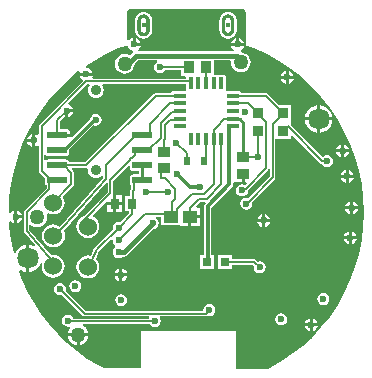
<source format=gbl>
G04*
G04 #@! TF.GenerationSoftware,Altium Limited,Altium Designer,20.2.6 (244)*
G04*
G04 Layer_Physical_Order=4*
G04 Layer_Color=16711680*
%FSLAX25Y25*%
%MOIN*%
G70*
G04*
G04 #@! TF.SameCoordinates,8D702C91-D224-4EEC-953A-651AC819B964*
G04*
G04*
G04 #@! TF.FilePolarity,Positive*
G04*
G01*
G75*
%ADD11C,0.00787*%
%ADD28R,0.03591X0.03772*%
%ADD33R,0.02362X0.03150*%
%ADD40R,0.04134X0.03543*%
%ADD62C,0.03543*%
%ADD64C,0.00600*%
%ADD65C,0.00781*%
%ADD67C,0.06000*%
%ADD71C,0.01772*%
%ADD73C,0.01181*%
%ADD75C,0.01000*%
%ADD76C,0.07165*%
%ADD77C,0.01772*%
%ADD78C,0.02362*%
%ADD79C,0.05000*%
%ADD80R,0.03150X0.03150*%
%ADD81R,0.03543X0.04134*%
%ADD82R,0.03150X0.03543*%
G04:AMPARAMS|DCode=83|XSize=64.96mil|YSize=22.84mil|CornerRadius=2.85mil|HoleSize=0mil|Usage=FLASHONLY|Rotation=0.000|XOffset=0mil|YOffset=0mil|HoleType=Round|Shape=RoundedRectangle|*
%AMROUNDEDRECTD83*
21,1,0.06496,0.01713,0,0,0.0*
21,1,0.05925,0.02284,0,0,0.0*
1,1,0.00571,0.02963,-0.00856*
1,1,0.00571,-0.02963,-0.00856*
1,1,0.00571,-0.02963,0.00856*
1,1,0.00571,0.02963,0.00856*
%
%ADD83ROUNDEDRECTD83*%
%ADD84R,0.04758X0.03985*%
G04:AMPARAMS|DCode=85|XSize=14.17mil|YSize=43.31mil|CornerRadius=0.64mil|HoleSize=0mil|Usage=FLASHONLY|Rotation=90.000|XOffset=0mil|YOffset=0mil|HoleType=Round|Shape=RoundedRectangle|*
%AMROUNDEDRECTD85*
21,1,0.01417,0.04203,0,0,90.0*
21,1,0.01290,0.04331,0,0,90.0*
1,1,0.00128,0.02102,0.00645*
1,1,0.00128,0.02102,-0.00645*
1,1,0.00128,-0.02102,-0.00645*
1,1,0.00128,-0.02102,0.00645*
%
%ADD85ROUNDEDRECTD85*%
G04:AMPARAMS|DCode=86|XSize=14.17mil|YSize=43.31mil|CornerRadius=0.64mil|HoleSize=0mil|Usage=FLASHONLY|Rotation=0.000|XOffset=0mil|YOffset=0mil|HoleType=Round|Shape=RoundedRectangle|*
%AMROUNDEDRECTD86*
21,1,0.01417,0.04203,0,0,0.0*
21,1,0.01290,0.04331,0,0,0.0*
1,1,0.00128,0.00645,-0.02102*
1,1,0.00128,-0.00645,-0.02102*
1,1,0.00128,-0.00645,0.02102*
1,1,0.00128,0.00645,0.02102*
%
%ADD86ROUNDEDRECTD86*%
%ADD87R,0.04134X0.03740*%
G36*
X19092Y122356D02*
X19107Y122349D01*
X19303Y122218D01*
X19444Y122123D01*
X19694Y121767D01*
X19694Y121766D01*
X19784Y121303D01*
X19784Y110853D01*
X19846Y110542D01*
X20022Y110278D01*
X20286Y110102D01*
X20308Y110063D01*
X20306Y110058D01*
X22637Y109198D01*
X26854Y107254D01*
X30907Y104984D01*
X34768Y102404D01*
X38416Y99529D01*
X41826Y96376D01*
X44979Y92965D01*
X47854Y89318D01*
X50434Y85456D01*
X52704Y81404D01*
X54648Y77186D01*
X56256Y72829D01*
X57516Y68359D01*
X58422Y63804D01*
X58968Y59192D01*
X59131Y55050D01*
X59068Y54550D01*
X59068Y54549D01*
X59131Y54049D01*
X58968Y49909D01*
X58422Y45297D01*
X57516Y40742D01*
X56256Y36272D01*
X54648Y31914D01*
X52704Y27696D01*
X50434Y23644D01*
X47854Y19782D01*
X44979Y16135D01*
X41826Y12725D01*
X41542Y12462D01*
X38905Y10074D01*
X35719Y7560D01*
X32369Y5269D01*
X28871Y3211D01*
X27057Y2303D01*
X16782Y2350D01*
X16600Y2774D01*
X16600Y2851D01*
Y14979D01*
X-15000D01*
Y2994D01*
X-15384Y2495D01*
X-27500Y2550D01*
X-29401Y3539D01*
X-33052Y5784D01*
X-36532Y8287D01*
X-39822Y11035D01*
X-42905Y14013D01*
X-45765Y17205D01*
X-48388Y20595D01*
X-50545Y23841D01*
X-52704Y27696D01*
X-54648Y31914D01*
X-55778Y34977D01*
X-55375Y35273D01*
X-55211Y35147D01*
X-54096Y34685D01*
X-53400Y34594D01*
Y39150D01*
Y43707D01*
X-54096Y43615D01*
X-55211Y43153D01*
X-56168Y42419D01*
X-56903Y41461D01*
X-57070Y41059D01*
X-57590Y41110D01*
X-58422Y45297D01*
X-58968Y49909D01*
X-59027Y51408D01*
X-58533Y51568D01*
X-58472Y51478D01*
X-57751Y50995D01*
X-57400Y50926D01*
Y53050D01*
Y55174D01*
X-57751Y55105D01*
X-58472Y54623D01*
X-58643Y54367D01*
X-59149Y54510D01*
X-59151Y54550D01*
X-58968Y59191D01*
X-58422Y63803D01*
X-57516Y68358D01*
X-56256Y72829D01*
X-54648Y77186D01*
X-52704Y81404D01*
X-50434Y85456D01*
X-47854Y89318D01*
X-44978Y92965D01*
X-41826Y96376D01*
X-38415Y99528D01*
X-35950Y101472D01*
X-35496Y101193D01*
X-35524Y101050D01*
X-31276D01*
X-31345Y101401D01*
X-31827Y102123D01*
X-32549Y102605D01*
X-33334Y102761D01*
X-33432Y102963D01*
X-33484Y103262D01*
X-30906Y104984D01*
X-26854Y107254D01*
X-22636Y109198D01*
X-20207Y110094D01*
X-20207Y110094D01*
Y110094D01*
X-19743Y110130D01*
X-19614Y110095D01*
X-19520Y110028D01*
X-19455Y109699D01*
X-18972Y108978D01*
X-18251Y108496D01*
X-17797Y108405D01*
X-17692Y107875D01*
X-17771Y107821D01*
X-18745Y106847D01*
X-18842Y106922D01*
X-19642Y107253D01*
X-20500Y107366D01*
X-21358Y107253D01*
X-22158Y106922D01*
X-22844Y106395D01*
X-23371Y105708D01*
X-23703Y104908D01*
X-23816Y104050D01*
X-23703Y103192D01*
X-23371Y102392D01*
X-22844Y101706D01*
X-22158Y101179D01*
X-21358Y100847D01*
X-20500Y100734D01*
X-19642Y100847D01*
X-18842Y101179D01*
X-18155Y101706D01*
X-17628Y102392D01*
X-17297Y103192D01*
X-17184Y104050D01*
X-17193Y104115D01*
X-16072Y105235D01*
X-9770D01*
X-9672Y104735D01*
X-10219Y104369D01*
X-10654Y103718D01*
X-10807Y102950D01*
X-10654Y102182D01*
X-10219Y101531D01*
X-9568Y101096D01*
X-8800Y100943D01*
X-8032Y101096D01*
X-7381Y101531D01*
X-7109Y101937D01*
X-1713D01*
Y100096D01*
X-399D01*
X-28Y99596D01*
X-31Y99582D01*
Y99068D01*
X-31237D01*
X-31473Y99509D01*
X-31345Y99699D01*
X-31276Y100050D01*
X-35524D01*
X-35454Y99699D01*
X-34972Y98978D01*
X-34606Y98733D01*
X-34557Y98235D01*
X-48849Y83944D01*
X-49048Y83646D01*
X-49118Y83295D01*
Y80584D01*
X-49618Y80316D01*
X-50049Y80605D01*
X-50400Y80674D01*
Y78550D01*
Y76426D01*
X-50049Y76496D01*
X-49618Y76784D01*
X-49118Y76516D01*
Y68330D01*
X-49048Y67979D01*
X-48849Y67681D01*
X-47071Y65903D01*
Y64394D01*
X-46987Y63975D01*
X-46750Y63620D01*
X-46594Y63516D01*
Y62634D01*
X-53863Y55365D01*
X-54062Y55067D01*
X-54132Y54716D01*
Y48273D01*
X-54103Y48131D01*
X-54086Y47987D01*
X-54069Y47957D01*
X-54062Y47922D01*
X-53981Y47802D01*
X-53910Y47675D01*
X-50438Y43632D01*
X-50739Y43215D01*
X-51704Y43615D01*
X-52400Y43707D01*
Y39150D01*
Y34594D01*
X-51704Y34685D01*
X-50589Y35147D01*
X-49632Y35882D01*
X-48897Y36839D01*
X-48552Y37672D01*
X-48090Y37489D01*
X-48220Y36500D01*
X-48090Y35511D01*
X-47708Y34590D01*
X-47101Y33799D01*
X-46310Y33192D01*
X-45389Y32810D01*
X-44400Y32680D01*
X-43411Y32810D01*
X-42490Y33192D01*
X-41699Y33799D01*
X-41092Y34590D01*
X-40710Y35511D01*
X-40580Y36500D01*
X-40710Y37489D01*
X-41092Y38410D01*
X-41699Y39201D01*
X-42490Y39808D01*
X-43411Y40190D01*
X-44400Y40320D01*
X-45096Y40228D01*
X-52297Y48613D01*
Y50145D01*
X-51797Y50371D01*
X-51285Y49979D01*
X-50485Y49647D01*
X-49627Y49534D01*
X-48768Y49647D01*
X-47969Y49979D01*
X-47282Y50506D01*
X-46755Y51192D01*
X-46424Y51992D01*
X-46311Y52850D01*
X-46424Y53708D01*
X-46557Y54030D01*
X-46540Y54057D01*
X-46161Y54380D01*
X-45389Y54060D01*
X-44400Y53930D01*
X-43411Y54060D01*
X-42490Y54442D01*
X-41699Y55049D01*
X-41092Y55840D01*
X-40710Y56761D01*
X-40580Y57750D01*
X-40710Y58739D01*
X-41092Y59660D01*
X-41135Y59717D01*
X-37651Y63201D01*
X-37452Y63499D01*
X-37382Y63850D01*
Y67642D01*
X-37452Y67993D01*
X-37651Y68291D01*
X-38230Y68871D01*
X-38039Y69332D01*
X-33300D01*
X-33112Y69370D01*
X-32965Y69291D01*
X-32758Y69096D01*
X-32688Y68983D01*
X-32757Y68464D01*
X-32669Y67796D01*
X-32411Y67174D01*
X-32001Y66639D01*
X-31466Y66229D01*
X-30844Y65971D01*
X-30176Y65883D01*
X-29507Y65971D01*
X-28885Y66229D01*
X-28350Y66639D01*
X-28118Y66943D01*
X-27618Y66773D01*
Y66124D01*
X-42150Y49775D01*
X-42390Y49958D01*
X-43311Y50340D01*
X-44300Y50470D01*
X-45289Y50340D01*
X-46210Y49958D01*
X-47001Y49351D01*
X-47608Y48560D01*
X-47990Y47639D01*
X-48120Y46650D01*
X-47990Y45661D01*
X-47608Y44740D01*
X-47001Y43949D01*
X-46210Y43342D01*
X-45289Y42960D01*
X-44300Y42830D01*
X-43311Y42960D01*
X-42390Y43342D01*
X-41599Y43949D01*
X-40992Y44740D01*
X-40610Y45661D01*
X-40480Y46650D01*
X-40610Y47639D01*
X-40923Y48393D01*
X-26697Y64397D01*
X-26230Y64219D01*
Y61255D01*
X-34157Y53328D01*
X-34710Y53099D01*
X-35501Y52491D01*
X-36108Y51700D01*
X-36490Y50779D01*
X-36620Y49790D01*
X-36490Y48802D01*
X-36108Y47880D01*
X-35501Y47089D01*
X-34710Y46482D01*
X-33789Y46100D01*
X-32800Y45970D01*
X-31811Y46100D01*
X-30890Y46482D01*
X-30099Y47089D01*
X-29492Y47880D01*
X-29110Y48802D01*
X-28980Y49790D01*
X-29110Y50779D01*
X-29492Y51700D01*
X-30099Y52491D01*
X-30890Y53099D01*
X-31111Y53190D01*
X-31209Y53681D01*
X-26889Y58000D01*
X-26769Y57950D01*
X-24353D01*
Y60606D01*
X-24425Y60722D01*
X-24395Y60874D01*
Y64957D01*
X-19304Y70048D01*
X-18842Y69857D01*
Y69394D01*
X-18759Y68975D01*
X-18522Y68620D01*
X-18167Y68383D01*
X-17748Y68300D01*
X-15907D01*
Y67200D01*
X-17748D01*
X-18167Y67117D01*
X-18522Y66880D01*
X-18759Y66525D01*
X-18842Y66106D01*
Y64394D01*
X-18759Y63975D01*
X-18522Y63620D01*
X-18462Y63580D01*
Y62428D01*
X-18567Y62323D01*
X-18787Y61994D01*
X-18864Y61607D01*
Y60009D01*
X-20309D01*
Y54891D01*
X-19036D01*
X-18992Y54391D01*
X-22121Y51262D01*
X-22600Y51357D01*
X-23368Y51204D01*
X-24019Y50769D01*
X-24454Y50118D01*
X-24607Y49350D01*
X-24512Y48871D01*
X-30516Y42867D01*
X-30611Y42726D01*
X-30713Y42590D01*
X-31912Y40103D01*
X-32800Y40220D01*
X-33789Y40090D01*
X-34710Y39708D01*
X-35501Y39101D01*
X-36108Y38310D01*
X-36490Y37389D01*
X-36620Y36400D01*
X-36490Y35411D01*
X-36108Y34490D01*
X-35501Y33699D01*
X-34710Y33092D01*
X-33789Y32710D01*
X-32800Y32580D01*
X-31811Y32710D01*
X-30890Y33092D01*
X-30099Y33699D01*
X-29492Y34490D01*
X-29110Y35411D01*
X-28980Y36400D01*
X-29110Y37389D01*
X-29492Y38310D01*
X-30099Y39101D01*
X-30133Y39127D01*
X-28962Y41555D01*
X-25055Y45463D01*
X-24594Y45216D01*
X-24607Y45150D01*
X-24454Y44382D01*
X-24019Y43731D01*
X-23680Y43504D01*
Y42903D01*
X-23998Y42691D01*
X-24433Y42039D01*
X-24586Y41271D01*
X-24433Y40503D01*
X-23998Y39852D01*
X-23347Y39417D01*
X-22579Y39264D01*
X-21811Y39417D01*
X-21303Y39756D01*
X-20779D01*
X-20199Y39872D01*
X-19707Y40200D01*
X-11031Y48877D01*
X-10432Y48996D01*
X-9781Y49431D01*
X-9346Y50082D01*
X-9193Y50850D01*
X-9346Y51618D01*
X-9781Y52269D01*
X-10181Y52537D01*
X-10030Y53037D01*
X-8323D01*
Y50270D01*
X-2222D01*
Y50058D01*
X657D01*
Y53050D01*
X1157D01*
Y53550D01*
X4536D01*
Y56042D01*
X3390D01*
X3198Y56504D01*
X4787Y58094D01*
X6274D01*
X6465Y57632D01*
X6242Y57408D01*
X5979Y57015D01*
X5886Y56550D01*
X5886Y56550D01*
Y40312D01*
X4638D01*
Y35588D01*
X9362D01*
Y40312D01*
X8314D01*
Y56047D01*
X15234Y62967D01*
X15234Y62967D01*
X15497Y63361D01*
X15589Y63826D01*
X15589Y63826D01*
Y64127D01*
X15833Y64526D01*
X18400D01*
Y67396D01*
X19400D01*
Y64526D01*
X19925D01*
X20116Y64064D01*
X19581Y63529D01*
X19319Y63704D01*
X18551Y63857D01*
X17783Y63704D01*
X17132Y63269D01*
X16696Y62618D01*
X16544Y61850D01*
X16696Y61082D01*
X17132Y60431D01*
X17783Y59996D01*
X18551Y59843D01*
X19319Y59996D01*
X19970Y60431D01*
X20405Y61082D01*
X20558Y61850D01*
X20548Y61900D01*
X27135Y68487D01*
X27334Y68785D01*
X27382Y69029D01*
X27882Y68980D01*
Y66530D01*
X20681Y59329D01*
X20034Y59457D01*
X19266Y59304D01*
X18615Y58869D01*
X18180Y58218D01*
X18027Y57450D01*
X18180Y56682D01*
X18615Y56031D01*
X19266Y55596D01*
X20034Y55443D01*
X20802Y55596D01*
X21454Y56031D01*
X21889Y56682D01*
X22041Y57450D01*
X21935Y57987D01*
X29449Y65501D01*
X29648Y65799D01*
X29718Y66150D01*
Y79114D01*
X34883D01*
Y80043D01*
X35345Y80235D01*
X44646Y70934D01*
X44974Y70714D01*
X45186Y70672D01*
X45481Y70231D01*
X46132Y69796D01*
X46900Y69643D01*
X47668Y69796D01*
X48319Y70231D01*
X48754Y70882D01*
X48907Y71650D01*
X48754Y72418D01*
X48319Y73069D01*
X47668Y73504D01*
X46900Y73657D01*
X46132Y73504D01*
X45481Y73069D01*
X45385Y73060D01*
X34883Y83562D01*
Y84461D01*
X34883Y84461D01*
Y84839D01*
X34883D01*
X34883Y84961D01*
Y90186D01*
X31015D01*
X27184Y94017D01*
X26886Y94216D01*
X26535Y94286D01*
X18354D01*
X18342Y94345D01*
X18154Y94627D01*
X17872Y94815D01*
X17540Y94881D01*
X13610D01*
X13242Y95309D01*
X13229Y95369D01*
X13231Y95379D01*
Y99582D01*
X13165Y99914D01*
X12977Y100196D01*
X12695Y100384D01*
X12363Y100450D01*
X11073D01*
X10741Y100384D01*
X10460Y100196D01*
X10418D01*
X10136Y100384D01*
X9804Y100450D01*
X9114D01*
Y105235D01*
X14495D01*
X14825Y104859D01*
X14784Y104550D01*
X14897Y103692D01*
X15228Y102892D01*
X15755Y102206D01*
X16442Y101679D01*
X17242Y101347D01*
X18100Y101234D01*
X18958Y101347D01*
X19758Y101679D01*
X20445Y102206D01*
X20972Y102892D01*
X21303Y103692D01*
X21416Y104550D01*
X21303Y105408D01*
X20972Y106208D01*
X20445Y106895D01*
X19758Y107422D01*
X18958Y107753D01*
X18261Y107845D01*
X18083Y108028D01*
X18067Y108082D01*
X18117Y108607D01*
X18673Y108978D01*
X19155Y109699D01*
X19224Y110050D01*
X14976D01*
X15045Y109699D01*
X15528Y108978D01*
X15846Y108765D01*
X15694Y108265D01*
X-15994D01*
X-16146Y108765D01*
X-15827Y108978D01*
X-15345Y109699D01*
X-15276Y110050D01*
X-17400D01*
Y110550D01*
X-17900D01*
Y112674D01*
X-18251Y112605D01*
X-18972Y112123D01*
X-19184Y111805D01*
X-19684Y111957D01*
Y121281D01*
X-19614Y121754D01*
X-19599Y121760D01*
X-19598Y121763D01*
X-19596Y121764D01*
X-19594Y121769D01*
X-19363Y122105D01*
X-19020Y122342D01*
X-19015Y122345D01*
X-19014Y122345D01*
X-19002Y122351D01*
X-18561Y122434D01*
X19016D01*
X19092Y122356D01*
D02*
G37*
G36*
X-31Y95379D02*
X-29Y95369D01*
X-42Y95309D01*
X-409Y94881D01*
X-4340D01*
X-4672Y94815D01*
X-4954Y94627D01*
X-5142Y94345D01*
X-5154Y94286D01*
X-10182D01*
X-10533Y94216D01*
X-10831Y94017D01*
X-33680Y71168D01*
X-38970D01*
X-39041Y71525D01*
X-39278Y71880D01*
X-39633Y72117D01*
X-40051Y72200D01*
X-45977D01*
X-46395Y72117D01*
X-46750Y71880D01*
X-46782Y71832D01*
X-47282Y71983D01*
Y73517D01*
X-46782Y73668D01*
X-46750Y73620D01*
X-46395Y73383D01*
X-45977Y73300D01*
X-40051D01*
X-39633Y73383D01*
X-39278Y73620D01*
X-39041Y73975D01*
X-38958Y74394D01*
Y75614D01*
X-31031Y83540D01*
X-30944Y83482D01*
X-30176Y83329D01*
X-29408Y83482D01*
X-28756Y83917D01*
X-28321Y84568D01*
X-28168Y85336D01*
X-28321Y86104D01*
X-28756Y86755D01*
X-29408Y87190D01*
X-30176Y87343D01*
X-30944Y87190D01*
X-31595Y86755D01*
X-32030Y86104D01*
X-32127Y85617D01*
X-38241Y79503D01*
X-38741Y79710D01*
Y79750D01*
X-43014D01*
Y80750D01*
X-38741D01*
Y81106D01*
X-38841Y81608D01*
X-39125Y82033D01*
X-39550Y82317D01*
X-40051Y82417D01*
X-42001D01*
Y84853D01*
X-40578Y86276D01*
X-40418Y86244D01*
Y88368D01*
X-39918D01*
Y88868D01*
X-37794D01*
X-37864Y89219D01*
X-38346Y89941D01*
X-39067Y90423D01*
X-39137Y90437D01*
X-39282Y90915D01*
X-32965Y97233D01*
X-32499D01*
X-32253Y96732D01*
X-32411Y96526D01*
X-32669Y95904D01*
X-32757Y95236D01*
X-32669Y94568D01*
X-32411Y93945D01*
X-32001Y93411D01*
X-31466Y93001D01*
X-30844Y92743D01*
X-30176Y92655D01*
X-29507Y92743D01*
X-28885Y93001D01*
X-28350Y93411D01*
X-27940Y93945D01*
X-27682Y94568D01*
X-27594Y95236D01*
X-27682Y95904D01*
X-27940Y96526D01*
X-28098Y96732D01*
X-27852Y97233D01*
X-31D01*
Y95379D01*
D02*
G37*
%LPC*%
G36*
X13921Y121294D02*
X13900Y121291D01*
X13879Y121294D01*
X13771Y121292D01*
X13750Y121287D01*
X13729Y121289D01*
X13621Y121281D01*
X13600Y121275D01*
X13579Y121276D01*
X13472Y121262D01*
X13452Y121256D01*
X13430Y121256D01*
X13324Y121236D01*
X13304Y121228D01*
X13283Y121227D01*
X13178Y121202D01*
X13158Y121193D01*
X13137Y121191D01*
X13033Y121160D01*
X13014Y121151D01*
X12993Y121148D01*
X12891Y121111D01*
X12873Y121100D01*
X12852Y121096D01*
X12752Y121055D01*
X12734Y121043D01*
X12714Y121038D01*
X12616Y120991D01*
X12599Y120978D01*
X12579Y120972D01*
X12484Y120921D01*
X12467Y120907D01*
X12447Y120899D01*
X12355Y120843D01*
X12339Y120828D01*
X12320Y120820D01*
X12230Y120759D01*
X12216Y120744D01*
X12196Y120734D01*
X12111Y120668D01*
X12096Y120652D01*
X12078Y120642D01*
X11996Y120571D01*
X11982Y120555D01*
X11964Y120543D01*
X11886Y120469D01*
X11874Y120451D01*
X11856Y120439D01*
X11782Y120361D01*
X11770Y120343D01*
X11754Y120329D01*
X11683Y120247D01*
X11673Y120228D01*
X11657Y120214D01*
X11591Y120129D01*
X11581Y120109D01*
X11566Y120095D01*
X11505Y120005D01*
X11497Y119986D01*
X11482Y119970D01*
X11426Y119878D01*
X11418Y119858D01*
X11405Y119841D01*
X11353Y119746D01*
X11347Y119726D01*
X11334Y119709D01*
X11287Y119611D01*
X11282Y119591D01*
X11270Y119573D01*
X11229Y119473D01*
X11225Y119452D01*
X11214Y119434D01*
X11178Y119332D01*
X11174Y119310D01*
X11164Y119292D01*
X11134Y119188D01*
X11132Y119167D01*
X11123Y119147D01*
X11098Y119042D01*
X11097Y119021D01*
X11089Y119001D01*
X11069Y118895D01*
X11069Y118873D01*
X11063Y118853D01*
X11049Y118746D01*
X11050Y118725D01*
X11044Y118704D01*
X11036Y118596D01*
X11038Y118575D01*
X11033Y118554D01*
X11031Y118446D01*
X11032Y118435D01*
X11030Y118425D01*
Y115275D01*
X11032Y115265D01*
X11031Y115254D01*
X11033Y115146D01*
X11038Y115125D01*
X11036Y115104D01*
X11044Y114996D01*
X11050Y114976D01*
X11049Y114954D01*
X11063Y114847D01*
X11069Y114827D01*
X11069Y114806D01*
X11089Y114699D01*
X11097Y114679D01*
X11098Y114658D01*
X11123Y114553D01*
X11132Y114533D01*
X11134Y114512D01*
X11164Y114409D01*
X11174Y114390D01*
X11178Y114369D01*
X11214Y114267D01*
X11225Y114248D01*
X11229Y114227D01*
X11270Y114127D01*
X11282Y114110D01*
X11287Y114089D01*
X11334Y113991D01*
X11347Y113974D01*
X11353Y113954D01*
X11405Y113859D01*
X11418Y113842D01*
X11426Y113822D01*
X11482Y113730D01*
X11497Y113714D01*
X11505Y113695D01*
X11566Y113606D01*
X11581Y113591D01*
X11591Y113572D01*
X11657Y113486D01*
X11673Y113472D01*
X11683Y113453D01*
X11754Y113371D01*
X11770Y113358D01*
X11782Y113340D01*
X11856Y113261D01*
X11874Y113249D01*
X11886Y113231D01*
X11964Y113157D01*
X11982Y113145D01*
X11996Y113129D01*
X12078Y113058D01*
X12096Y113048D01*
X12111Y113032D01*
X12196Y112966D01*
X12216Y112957D01*
X12230Y112942D01*
X12320Y112880D01*
X12339Y112872D01*
X12355Y112857D01*
X12447Y112801D01*
X12467Y112793D01*
X12484Y112780D01*
X12579Y112728D01*
X12599Y112722D01*
X12616Y112709D01*
X12714Y112662D01*
X12734Y112657D01*
X12752Y112645D01*
X12852Y112604D01*
X12873Y112600D01*
X12891Y112589D01*
X12993Y112553D01*
X13014Y112550D01*
X13033Y112540D01*
X13137Y112509D01*
X13158Y112507D01*
X13178Y112498D01*
X13283Y112473D01*
X13304Y112472D01*
X13324Y112464D01*
X13430Y112444D01*
X13452Y112445D01*
X13472Y112438D01*
X13579Y112424D01*
X13600Y112425D01*
X13621Y112419D01*
X13729Y112411D01*
X13750Y112413D01*
X13771Y112409D01*
X13879Y112406D01*
X13900Y112409D01*
X13921Y112406D01*
X14029Y112409D01*
X14050Y112413D01*
X14071Y112411D01*
X14179Y112419D01*
X14200Y112425D01*
X14221Y112424D01*
X14328Y112438D01*
X14348Y112445D01*
X14370Y112444D01*
X14476Y112464D01*
X14496Y112472D01*
X14517Y112473D01*
X14622Y112498D01*
X14642Y112507D01*
X14663Y112509D01*
X14767Y112540D01*
X14786Y112550D01*
X14807Y112553D01*
X14909Y112589D01*
X14927Y112600D01*
X14948Y112604D01*
X15048Y112645D01*
X15066Y112657D01*
X15086Y112662D01*
X15184Y112709D01*
X15201Y112722D01*
X15222Y112728D01*
X15317Y112780D01*
X15333Y112793D01*
X15353Y112801D01*
X15445Y112857D01*
X15461Y112872D01*
X15481Y112880D01*
X15570Y112942D01*
X15585Y112957D01*
X15604Y112966D01*
X15689Y113032D01*
X15704Y113048D01*
X15722Y113058D01*
X15804Y113129D01*
X15818Y113146D01*
X15836Y113157D01*
X15914Y113231D01*
X15927Y113249D01*
X15944Y113261D01*
X16018Y113340D01*
X16030Y113358D01*
X16047Y113371D01*
X16117Y113453D01*
X16127Y113472D01*
X16143Y113486D01*
X16209Y113572D01*
X16219Y113591D01*
X16234Y113606D01*
X16295Y113695D01*
X16304Y113714D01*
X16318Y113730D01*
X16375Y113822D01*
X16382Y113842D01*
X16396Y113859D01*
X16447Y113954D01*
X16454Y113974D01*
X16466Y113991D01*
X16513Y114089D01*
X16518Y114110D01*
X16530Y114127D01*
X16571Y114227D01*
X16576Y114248D01*
X16587Y114267D01*
X16623Y114369D01*
X16626Y114390D01*
X16636Y114409D01*
X16666Y114512D01*
X16668Y114534D01*
X16677Y114553D01*
X16702Y114658D01*
X16703Y114679D01*
X16711Y114699D01*
X16731Y114806D01*
X16731Y114827D01*
X16737Y114847D01*
X16752Y114954D01*
X16750Y114976D01*
X16756Y114996D01*
X16765Y115104D01*
X16762Y115125D01*
X16767Y115146D01*
X16770Y115254D01*
X16768Y115265D01*
X16770Y115275D01*
Y118425D01*
X16768Y118435D01*
X16770Y118446D01*
X16767Y118554D01*
X16762Y118575D01*
X16765Y118596D01*
X16756Y118704D01*
X16750Y118725D01*
X16752Y118746D01*
X16737Y118853D01*
X16731Y118873D01*
X16731Y118895D01*
X16711Y119001D01*
X16703Y119021D01*
X16702Y119042D01*
X16677Y119147D01*
X16668Y119167D01*
X16666Y119188D01*
X16636Y119292D01*
X16626Y119310D01*
X16623Y119332D01*
X16587Y119434D01*
X16576Y119452D01*
X16571Y119473D01*
X16530Y119573D01*
X16518Y119591D01*
X16513Y119611D01*
X16466Y119709D01*
X16454Y119726D01*
X16447Y119746D01*
X16396Y119841D01*
X16382Y119858D01*
X16375Y119878D01*
X16318Y119970D01*
X16304Y119986D01*
X16295Y120005D01*
X16234Y120095D01*
X16219Y120109D01*
X16209Y120129D01*
X16143Y120214D01*
X16127Y120228D01*
X16117Y120247D01*
X16047Y120329D01*
X16030Y120343D01*
X16018Y120361D01*
X15944Y120439D01*
X15927Y120451D01*
X15914Y120469D01*
X15836Y120543D01*
X15818Y120555D01*
X15804Y120571D01*
X15722Y120642D01*
X15704Y120652D01*
X15689Y120668D01*
X15604Y120734D01*
X15585Y120744D01*
X15570Y120759D01*
X15481Y120820D01*
X15461Y120828D01*
X15445Y120843D01*
X15353Y120899D01*
X15333Y120907D01*
X15317Y120921D01*
X15222Y120972D01*
X15201Y120978D01*
X15184Y120991D01*
X15086Y121038D01*
X15066Y121043D01*
X15048Y121055D01*
X14948Y121096D01*
X14927Y121100D01*
X14909Y121111D01*
X14807Y121148D01*
X14786Y121151D01*
X14767Y121160D01*
X14663Y121191D01*
X14642Y121193D01*
X14622Y121202D01*
X14517Y121227D01*
X14496Y121228D01*
X14476Y121236D01*
X14370Y121256D01*
X14348Y121256D01*
X14328Y121262D01*
X14221Y121276D01*
X14200Y121275D01*
X14179Y121281D01*
X14071Y121289D01*
X14050Y121287D01*
X14029Y121292D01*
X13921Y121294D01*
D02*
G37*
G36*
X-14229D02*
X-14250Y121291D01*
X-14270Y121294D01*
X-14379Y121292D01*
X-14400Y121287D01*
X-14421Y121289D01*
X-14529Y121281D01*
X-14549Y121275D01*
X-14570Y121276D01*
X-14678Y121262D01*
X-14698Y121256D01*
X-14719Y121256D01*
X-14826Y121236D01*
X-14845Y121228D01*
X-14867Y121227D01*
X-14972Y121202D01*
X-14991Y121193D01*
X-15012Y121191D01*
X-15116Y121160D01*
X-15135Y121151D01*
X-15156Y121148D01*
X-15258Y121111D01*
X-15277Y121100D01*
X-15297Y121096D01*
X-15397Y121055D01*
X-15415Y121043D01*
X-15436Y121038D01*
X-15533Y120991D01*
X-15551Y120978D01*
X-15571Y120972D01*
X-15666Y120921D01*
X-15683Y120907D01*
X-15702Y120899D01*
X-15795Y120843D01*
X-15810Y120828D01*
X-15830Y120820D01*
X-15919Y120759D01*
X-15934Y120744D01*
X-15953Y120734D01*
X-16039Y120668D01*
X-16053Y120652D01*
X-16072Y120642D01*
X-16154Y120571D01*
X-16167Y120555D01*
X-16185Y120543D01*
X-16264Y120469D01*
X-16276Y120451D01*
X-16293Y120439D01*
X-16368Y120361D01*
X-16379Y120343D01*
X-16396Y120329D01*
X-16466Y120247D01*
X-16477Y120228D01*
X-16493Y120214D01*
X-16559Y120129D01*
X-16568Y120109D01*
X-16583Y120095D01*
X-16645Y120005D01*
X-16653Y119986D01*
X-16668Y119970D01*
X-16724Y119878D01*
X-16732Y119858D01*
X-16745Y119841D01*
X-16797Y119746D01*
X-16803Y119726D01*
X-16816Y119709D01*
X-16862Y119611D01*
X-16868Y119591D01*
X-16880Y119573D01*
X-16921Y119473D01*
X-16925Y119452D01*
X-16936Y119434D01*
X-16972Y119332D01*
X-16975Y119310D01*
X-16985Y119292D01*
X-17016Y119188D01*
X-17018Y119167D01*
X-17027Y119147D01*
X-17052Y119042D01*
X-17053Y119021D01*
X-17061Y119001D01*
X-17080Y118895D01*
X-17080Y118873D01*
X-17087Y118853D01*
X-17101Y118746D01*
X-17100Y118725D01*
X-17106Y118704D01*
X-17114Y118596D01*
X-17111Y118575D01*
X-17116Y118554D01*
X-17119Y118446D01*
X-17117Y118435D01*
X-17119Y118425D01*
Y115275D01*
X-17117Y115265D01*
X-17119Y115254D01*
X-17116Y115146D01*
X-17111Y115125D01*
X-17114Y115104D01*
X-17106Y114996D01*
X-17100Y114976D01*
X-17101Y114954D01*
X-17087Y114847D01*
X-17080Y114827D01*
X-17080Y114806D01*
X-17061Y114699D01*
X-17053Y114679D01*
X-17052Y114658D01*
X-17027Y114553D01*
X-17018Y114534D01*
X-17016Y114512D01*
X-16985Y114409D01*
X-16975Y114390D01*
X-16972Y114369D01*
X-16936Y114267D01*
X-16925Y114248D01*
X-16921Y114227D01*
X-16880Y114127D01*
X-16868Y114110D01*
X-16862Y114089D01*
X-16816Y113991D01*
X-16803Y113974D01*
X-16797Y113954D01*
X-16745Y113859D01*
X-16732Y113842D01*
X-16724Y113822D01*
X-16668Y113730D01*
X-16653Y113714D01*
X-16645Y113695D01*
X-16583Y113606D01*
X-16568Y113591D01*
X-16559Y113572D01*
X-16493Y113486D01*
X-16477Y113472D01*
X-16466Y113453D01*
X-16396Y113371D01*
X-16379Y113358D01*
X-16368Y113340D01*
X-16293Y113261D01*
X-16276Y113249D01*
X-16264Y113231D01*
X-16185Y113157D01*
X-16167Y113146D01*
X-16154Y113129D01*
X-16072Y113058D01*
X-16053Y113048D01*
X-16039Y113032D01*
X-15953Y112966D01*
X-15934Y112957D01*
X-15919Y112942D01*
X-15830Y112880D01*
X-15810Y112872D01*
X-15795Y112857D01*
X-15702Y112801D01*
X-15683Y112793D01*
X-15666Y112780D01*
X-15571Y112728D01*
X-15551Y112722D01*
X-15533Y112709D01*
X-15436Y112662D01*
X-15415Y112657D01*
X-15397Y112645D01*
X-15297Y112604D01*
X-15277Y112600D01*
X-15258Y112589D01*
X-15156Y112553D01*
X-15135Y112550D01*
X-15116Y112540D01*
X-15012Y112509D01*
X-14991Y112507D01*
X-14972Y112498D01*
X-14867Y112473D01*
X-14845Y112472D01*
X-14826Y112464D01*
X-14719Y112444D01*
X-14698Y112445D01*
X-14678Y112438D01*
X-14570Y112424D01*
X-14549Y112425D01*
X-14529Y112419D01*
X-14421Y112411D01*
X-14400Y112413D01*
X-14379Y112409D01*
X-14270Y112406D01*
X-14250Y112409D01*
X-14229Y112406D01*
X-14120Y112409D01*
X-14100Y112413D01*
X-14078Y112411D01*
X-13971Y112419D01*
X-13950Y112425D01*
X-13929Y112424D01*
X-13821Y112438D01*
X-13801Y112445D01*
X-13780Y112444D01*
X-13674Y112464D01*
X-13654Y112472D01*
X-13632Y112473D01*
X-13527Y112498D01*
X-13508Y112507D01*
X-13487Y112509D01*
X-13383Y112540D01*
X-13364Y112550D01*
X-13343Y112553D01*
X-13241Y112589D01*
X-13223Y112600D01*
X-13202Y112604D01*
X-13102Y112645D01*
X-13084Y112657D01*
X-13063Y112662D01*
X-12966Y112709D01*
X-12948Y112722D01*
X-12928Y112728D01*
X-12833Y112780D01*
X-12817Y112793D01*
X-12797Y112801D01*
X-12704Y112857D01*
X-12689Y112872D01*
X-12669Y112880D01*
X-12580Y112942D01*
X-12565Y112957D01*
X-12546Y112966D01*
X-12460Y113032D01*
X-12446Y113048D01*
X-12427Y113058D01*
X-12345Y113129D01*
X-12332Y113145D01*
X-12314Y113157D01*
X-12235Y113231D01*
X-12223Y113249D01*
X-12206Y113261D01*
X-12131Y113340D01*
X-12120Y113358D01*
X-12103Y113371D01*
X-12033Y113453D01*
X-12022Y113472D01*
X-12006Y113486D01*
X-11940Y113572D01*
X-11931Y113591D01*
X-11916Y113606D01*
X-11854Y113695D01*
X-11846Y113714D01*
X-11832Y113730D01*
X-11775Y113822D01*
X-11768Y113842D01*
X-11754Y113859D01*
X-11702Y113954D01*
X-11696Y113974D01*
X-11683Y113991D01*
X-11637Y114089D01*
X-11631Y114110D01*
X-11620Y114127D01*
X-11578Y114227D01*
X-11574Y114248D01*
X-11563Y114267D01*
X-11527Y114369D01*
X-11524Y114390D01*
X-11514Y114409D01*
X-11483Y114512D01*
X-11481Y114533D01*
X-11472Y114553D01*
X-11447Y114658D01*
X-11446Y114679D01*
X-11438Y114699D01*
X-11419Y114806D01*
X-11419Y114827D01*
X-11412Y114847D01*
X-11398Y114954D01*
X-11399Y114976D01*
X-11394Y114996D01*
X-11385Y115104D01*
X-11388Y115125D01*
X-11383Y115146D01*
X-11380Y115254D01*
X-11382Y115265D01*
X-11380Y115275D01*
Y118425D01*
X-11382Y118435D01*
X-11380Y118446D01*
X-11383Y118554D01*
X-11388Y118575D01*
X-11385Y118596D01*
X-11394Y118704D01*
X-11399Y118725D01*
X-11398Y118746D01*
X-11412Y118853D01*
X-11419Y118873D01*
X-11419Y118895D01*
X-11438Y119001D01*
X-11446Y119021D01*
X-11447Y119042D01*
X-11472Y119147D01*
X-11481Y119167D01*
X-11483Y119188D01*
X-11514Y119292D01*
X-11524Y119310D01*
X-11527Y119332D01*
X-11563Y119434D01*
X-11574Y119452D01*
X-11578Y119473D01*
X-11620Y119573D01*
X-11631Y119591D01*
X-11637Y119611D01*
X-11683Y119709D01*
X-11696Y119726D01*
X-11702Y119746D01*
X-11754Y119841D01*
X-11768Y119858D01*
X-11775Y119878D01*
X-11831Y119970D01*
X-11846Y119986D01*
X-11854Y120005D01*
X-11916Y120095D01*
X-11931Y120109D01*
X-11940Y120129D01*
X-12006Y120214D01*
X-12022Y120229D01*
X-12033Y120247D01*
X-12103Y120329D01*
X-12120Y120343D01*
X-12131Y120361D01*
X-12206Y120439D01*
X-12223Y120451D01*
X-12235Y120469D01*
X-12314Y120543D01*
X-12332Y120555D01*
X-12345Y120571D01*
X-12427Y120642D01*
X-12446Y120652D01*
X-12460Y120668D01*
X-12546Y120734D01*
X-12565Y120744D01*
X-12580Y120759D01*
X-12669Y120820D01*
X-12689Y120828D01*
X-12704Y120843D01*
X-12797Y120899D01*
X-12817Y120907D01*
X-12833Y120921D01*
X-12928Y120972D01*
X-12948Y120978D01*
X-12966Y120991D01*
X-13063Y121038D01*
X-13084Y121043D01*
X-13102Y121055D01*
X-13202Y121096D01*
X-13223Y121100D01*
X-13241Y121111D01*
X-13343Y121148D01*
X-13364Y121151D01*
X-13383Y121160D01*
X-13487Y121191D01*
X-13508Y121193D01*
X-13527Y121202D01*
X-13632Y121227D01*
X-13654Y121228D01*
X-13674Y121236D01*
X-13780Y121256D01*
X-13801Y121256D01*
X-13821Y121262D01*
X-13929Y121276D01*
X-13950Y121275D01*
X-13971Y121281D01*
X-14078Y121289D01*
X-14099Y121287D01*
X-14120Y121292D01*
X-14229Y121294D01*
D02*
G37*
G36*
X17600Y112674D02*
Y111050D01*
X19224D01*
X19155Y111401D01*
X18673Y112123D01*
X17951Y112605D01*
X17600Y112674D01*
D02*
G37*
G36*
X16600D02*
X16249Y112605D01*
X15528Y112123D01*
X15045Y111401D01*
X14976Y111050D01*
X16600D01*
Y112674D01*
D02*
G37*
G36*
X-16900D02*
Y111050D01*
X-15276D01*
X-15345Y111401D01*
X-15827Y112123D01*
X-16549Y112605D01*
X-16900Y112674D01*
D02*
G37*
G36*
X34100Y101674D02*
Y100050D01*
X35724D01*
X35655Y100401D01*
X35173Y101123D01*
X34451Y101605D01*
X34100Y101674D01*
D02*
G37*
G36*
X33100D02*
X32749Y101605D01*
X32028Y101123D01*
X31545Y100401D01*
X31476Y100050D01*
X33100D01*
Y101674D01*
D02*
G37*
G36*
X35724Y99050D02*
X34100D01*
Y97426D01*
X34451Y97496D01*
X35173Y97978D01*
X35655Y98699D01*
X35724Y99050D01*
D02*
G37*
G36*
X33100D02*
X31476D01*
X31545Y98699D01*
X32028Y97978D01*
X32749Y97496D01*
X33100Y97426D01*
Y99050D01*
D02*
G37*
G36*
X44600Y90206D02*
Y86150D01*
X48656D01*
X48565Y86846D01*
X48103Y87961D01*
X47368Y88919D01*
X46411Y89653D01*
X45296Y90115D01*
X44600Y90206D01*
D02*
G37*
G36*
X43600D02*
X42904Y90115D01*
X41789Y89653D01*
X40832Y88919D01*
X40097Y87961D01*
X39635Y86846D01*
X39544Y86150D01*
X43600D01*
Y90206D01*
D02*
G37*
G36*
X48656Y85150D02*
X44600D01*
Y81094D01*
X45296Y81185D01*
X46411Y81647D01*
X47368Y82382D01*
X48103Y83339D01*
X48565Y84454D01*
X48656Y85150D01*
D02*
G37*
G36*
X43600D02*
X39544D01*
X39635Y84454D01*
X40097Y83339D01*
X40832Y82382D01*
X41789Y81647D01*
X42904Y81185D01*
X43600Y81094D01*
Y85150D01*
D02*
G37*
G36*
X-51400Y80674D02*
X-51751Y80605D01*
X-52472Y80123D01*
X-52955Y79401D01*
X-53024Y79050D01*
X-51400D01*
Y80674D01*
D02*
G37*
G36*
Y78050D02*
X-53024D01*
X-52955Y77699D01*
X-52472Y76978D01*
X-51751Y76496D01*
X-51400Y76426D01*
Y78050D01*
D02*
G37*
G36*
X52600Y77175D02*
Y75550D01*
X54224D01*
X54155Y75901D01*
X53673Y76623D01*
X52951Y77105D01*
X52600Y77175D01*
D02*
G37*
G36*
X51600D02*
X51249Y77105D01*
X50528Y76623D01*
X50046Y75901D01*
X49976Y75550D01*
X51600D01*
Y77175D01*
D02*
G37*
G36*
X54224Y74550D02*
X52600D01*
Y72926D01*
X52951Y72996D01*
X53673Y73478D01*
X54155Y74199D01*
X54224Y74550D01*
D02*
G37*
G36*
X51600D02*
X49976D01*
X50046Y74199D01*
X50528Y73478D01*
X51249Y72996D01*
X51600Y72926D01*
Y74550D01*
D02*
G37*
G36*
X54100Y68674D02*
Y67050D01*
X55724D01*
X55655Y67401D01*
X55173Y68123D01*
X54451Y68605D01*
X54100Y68674D01*
D02*
G37*
G36*
X53100D02*
X52749Y68605D01*
X52028Y68123D01*
X51546Y67401D01*
X51476Y67050D01*
X53100D01*
Y68674D01*
D02*
G37*
G36*
X55724Y66050D02*
X54100D01*
Y64426D01*
X54451Y64496D01*
X55173Y64978D01*
X55655Y65699D01*
X55724Y66050D01*
D02*
G37*
G36*
X53100D02*
X51476D01*
X51546Y65699D01*
X52028Y64978D01*
X52749Y64496D01*
X53100Y64426D01*
Y66050D01*
D02*
G37*
G36*
X-21278Y60222D02*
X-23353D01*
Y57950D01*
X-21278D01*
Y60222D01*
D02*
G37*
G36*
X55600Y58175D02*
Y56550D01*
X57224D01*
X57155Y56901D01*
X56673Y57623D01*
X55951Y58105D01*
X55600Y58175D01*
D02*
G37*
G36*
X54600D02*
X54249Y58105D01*
X53528Y57623D01*
X53045Y56901D01*
X52976Y56550D01*
X54600D01*
Y58175D01*
D02*
G37*
G36*
X-21278Y56950D02*
X-23353D01*
Y54678D01*
X-21278D01*
Y56950D01*
D02*
G37*
G36*
X-24353D02*
X-26428D01*
Y54678D01*
X-24353D01*
Y56950D01*
D02*
G37*
G36*
X57224Y55550D02*
X55600D01*
Y53926D01*
X55951Y53996D01*
X56673Y54478D01*
X57155Y55199D01*
X57224Y55550D01*
D02*
G37*
G36*
X54600D02*
X52976D01*
X53045Y55199D01*
X53528Y54478D01*
X54249Y53996D01*
X54600Y53926D01*
Y55550D01*
D02*
G37*
G36*
X-56400Y55174D02*
Y53550D01*
X-54776D01*
X-54845Y53901D01*
X-55327Y54623D01*
X-56049Y55105D01*
X-56400Y55174D01*
D02*
G37*
G36*
X26285Y53933D02*
Y52309D01*
X27910D01*
X27840Y52660D01*
X27358Y53381D01*
X26636Y53863D01*
X26285Y53933D01*
D02*
G37*
G36*
X25285D02*
X24934Y53863D01*
X24213Y53381D01*
X23731Y52660D01*
X23661Y52309D01*
X25285D01*
Y53933D01*
D02*
G37*
G36*
X-54776Y52550D02*
X-56400D01*
Y50926D01*
X-56049Y50995D01*
X-55327Y51478D01*
X-54845Y52199D01*
X-54776Y52550D01*
D02*
G37*
G36*
X4536D02*
X1657D01*
Y50058D01*
X4536D01*
Y52550D01*
D02*
G37*
G36*
X27910Y51309D02*
X26285D01*
Y49684D01*
X26636Y49754D01*
X27358Y50236D01*
X27840Y50958D01*
X27910Y51309D01*
D02*
G37*
G36*
X25285D02*
X23661D01*
X23731Y50958D01*
X24213Y50236D01*
X24934Y49754D01*
X25285Y49684D01*
Y51309D01*
D02*
G37*
G36*
X55100Y48175D02*
Y46550D01*
X56724D01*
X56655Y46901D01*
X56173Y47623D01*
X55451Y48105D01*
X55100Y48175D01*
D02*
G37*
G36*
X54100D02*
X53749Y48105D01*
X53028Y47623D01*
X52545Y46901D01*
X52476Y46550D01*
X54100D01*
Y48175D01*
D02*
G37*
G36*
X56724Y45550D02*
X55100D01*
Y43926D01*
X55451Y43995D01*
X56173Y44478D01*
X56655Y45199D01*
X56724Y45550D01*
D02*
G37*
G36*
X54100D02*
X52476D01*
X52545Y45199D01*
X53028Y44478D01*
X53749Y43995D01*
X54100Y43926D01*
Y45550D01*
D02*
G37*
G36*
X-21300Y35774D02*
Y34150D01*
X-19676D01*
X-19745Y34501D01*
X-20227Y35223D01*
X-20949Y35705D01*
X-21300Y35774D01*
D02*
G37*
G36*
X-22300D02*
X-22651Y35705D01*
X-23372Y35223D01*
X-23855Y34501D01*
X-23924Y34150D01*
X-22300D01*
Y35774D01*
D02*
G37*
G36*
X15268Y40312D02*
X10543D01*
Y35588D01*
X15268D01*
Y37032D01*
X22149D01*
X22491Y36645D01*
X22393Y36150D01*
X22546Y35382D01*
X22981Y34731D01*
X23632Y34296D01*
X24400Y34143D01*
X25168Y34296D01*
X25819Y34731D01*
X26254Y35382D01*
X26407Y36150D01*
X26254Y36918D01*
X25819Y37569D01*
X25168Y38004D01*
X24400Y38157D01*
X23808Y38039D01*
X23249Y38599D01*
X22951Y38798D01*
X22600Y38868D01*
X15268D01*
Y40312D01*
D02*
G37*
G36*
X-19676Y33150D02*
X-21300D01*
Y31526D01*
X-20949Y31596D01*
X-20227Y32078D01*
X-19745Y32799D01*
X-19676Y33150D01*
D02*
G37*
G36*
X-22300D02*
X-23924D01*
X-23855Y32799D01*
X-23372Y32078D01*
X-22651Y31596D01*
X-22300Y31526D01*
Y33150D01*
D02*
G37*
G36*
X-36999Y31919D02*
X-37767Y31766D01*
X-38418Y31331D01*
X-38853Y30680D01*
X-39006Y29912D01*
X-38853Y29144D01*
X-38418Y28493D01*
X-37767Y28057D01*
X-36999Y27905D01*
X-36231Y28057D01*
X-35580Y28493D01*
X-35145Y29144D01*
X-34992Y29912D01*
X-35145Y30680D01*
X-35580Y31331D01*
X-36231Y31766D01*
X-36999Y31919D01*
D02*
G37*
G36*
X45700Y27657D02*
X44932Y27504D01*
X44281Y27069D01*
X43846Y26418D01*
X43693Y25650D01*
X43846Y24882D01*
X44281Y24231D01*
X44932Y23796D01*
X45700Y23643D01*
X46468Y23796D01*
X47119Y24231D01*
X47554Y24882D01*
X47707Y25650D01*
X47554Y26418D01*
X47119Y27069D01*
X46468Y27504D01*
X45700Y27657D01*
D02*
G37*
G36*
X-21700Y27257D02*
X-22468Y27104D01*
X-23119Y26669D01*
X-23554Y26018D01*
X-23707Y25250D01*
X-23554Y24482D01*
X-23119Y23831D01*
X-22468Y23396D01*
X-21700Y23243D01*
X-20932Y23396D01*
X-20281Y23831D01*
X-19846Y24482D01*
X-19693Y25250D01*
X-19846Y26018D01*
X-20281Y26669D01*
X-20932Y27104D01*
X-21700Y27257D01*
D02*
G37*
G36*
X-42100Y30957D02*
X-42868Y30804D01*
X-43519Y30369D01*
X-43954Y29718D01*
X-44107Y28950D01*
X-43954Y28182D01*
X-43519Y27531D01*
X-42868Y27096D01*
X-42100Y26943D01*
X-41503Y27062D01*
X-34504Y20099D01*
X-34355Y20000D01*
X-34208Y19902D01*
X-34207Y19902D01*
X-34206Y19901D01*
X-34032Y19867D01*
X-33857Y19832D01*
X-12574D01*
X-12309Y19347D01*
X-12483Y19068D01*
X-37616D01*
X-37646Y19218D01*
X-38081Y19869D01*
X-38732Y20304D01*
X-39500Y20457D01*
X-40268Y20304D01*
X-40919Y19869D01*
X-41354Y19218D01*
X-41507Y18450D01*
X-41354Y17682D01*
X-40919Y17031D01*
X-40268Y16596D01*
X-39500Y16443D01*
X-38867Y16569D01*
X-38652Y16233D01*
X-38620Y16115D01*
X-39157Y15415D01*
X-39510Y14564D01*
X-39564Y14150D01*
X-32636D01*
X-32690Y14564D01*
X-33043Y15415D01*
X-33604Y16146D01*
X-34335Y16707D01*
X-34396Y16733D01*
X-34296Y17233D01*
X-12254D01*
X-11919Y16731D01*
X-11268Y16296D01*
X-10500Y16143D01*
X-9732Y16296D01*
X-9081Y16731D01*
X-8646Y17382D01*
X-8493Y18150D01*
X-8646Y18918D01*
X-8923Y19332D01*
X-8655Y19832D01*
X6500D01*
X6851Y19902D01*
X7093Y20064D01*
X7700Y19943D01*
X8468Y20096D01*
X9119Y20531D01*
X9554Y21182D01*
X9707Y21950D01*
X9554Y22718D01*
X9119Y23369D01*
X8468Y23804D01*
X7700Y23957D01*
X6932Y23804D01*
X6281Y23369D01*
X5846Y22718D01*
X5693Y21950D01*
X5461Y21668D01*
X-33478D01*
X-40209Y28364D01*
X-40093Y28950D01*
X-40246Y29718D01*
X-40681Y30369D01*
X-41332Y30804D01*
X-42100Y30957D01*
D02*
G37*
G36*
X42100Y19174D02*
Y17550D01*
X43724D01*
X43655Y17901D01*
X43173Y18623D01*
X42451Y19105D01*
X42100Y19174D01*
D02*
G37*
G36*
X41100D02*
X40749Y19105D01*
X40028Y18623D01*
X39546Y17901D01*
X39476Y17550D01*
X41100D01*
Y19174D01*
D02*
G37*
G36*
X31600Y20857D02*
X30832Y20704D01*
X30181Y20269D01*
X29746Y19618D01*
X29593Y18850D01*
X29746Y18082D01*
X30181Y17431D01*
X30832Y16996D01*
X31600Y16843D01*
X32368Y16996D01*
X33019Y17431D01*
X33454Y18082D01*
X33607Y18850D01*
X33454Y19618D01*
X33019Y20269D01*
X32368Y20704D01*
X31600Y20857D01*
D02*
G37*
G36*
X43724Y16550D02*
X42100D01*
Y14926D01*
X42451Y14996D01*
X43173Y15478D01*
X43655Y16199D01*
X43724Y16550D01*
D02*
G37*
G36*
X41100D02*
X39476D01*
X39546Y16199D01*
X40028Y15478D01*
X40749Y14996D01*
X41100Y14926D01*
Y16550D01*
D02*
G37*
G36*
X-32636Y13150D02*
X-35600D01*
Y10186D01*
X-35186Y10240D01*
X-34335Y10593D01*
X-33604Y11154D01*
X-33043Y11885D01*
X-32690Y12736D01*
X-32636Y13150D01*
D02*
G37*
G36*
X-36600D02*
X-39564D01*
X-39510Y12736D01*
X-39157Y11885D01*
X-38596Y11154D01*
X-37865Y10593D01*
X-37014Y10240D01*
X-36600Y10186D01*
Y13150D01*
D02*
G37*
%LPD*%
G36*
X14008Y120489D02*
X14116Y120481D01*
X14223Y120466D01*
X14330Y120447D01*
X14435Y120421D01*
X14539Y120391D01*
X14641Y120354D01*
X14741Y120313D01*
X14838Y120267D01*
X14933Y120215D01*
X15026Y120158D01*
X15115Y120097D01*
X15201Y120031D01*
X15283Y119961D01*
X15362Y119886D01*
X15436Y119808D01*
X15506Y119726D01*
X15572Y119640D01*
X15633Y119551D01*
X15690Y119458D01*
X15742Y119363D01*
X15788Y119266D01*
X15830Y119166D01*
X15866Y119064D01*
X15897Y118960D01*
X15922Y118855D01*
X15942Y118748D01*
X15956Y118641D01*
X15964Y118533D01*
X15967Y118425D01*
Y116850D01*
Y115275D01*
X15964Y115167D01*
X15956Y115059D01*
X15942Y114952D01*
X15922Y114846D01*
X15897Y114740D01*
X15866Y114637D01*
X15830Y114535D01*
X15788Y114435D01*
X15742Y114337D01*
X15690Y114242D01*
X15633Y114150D01*
X15572Y114060D01*
X15506Y113974D01*
X15436Y113892D01*
X15362Y113814D01*
X15283Y113739D01*
X15201Y113669D01*
X15115Y113603D01*
X15026Y113542D01*
X14933Y113485D01*
X14838Y113434D01*
X14741Y113387D01*
X14641Y113346D01*
X14539Y113310D01*
X14435Y113279D01*
X14330Y113253D01*
X14223Y113234D01*
X14116Y113220D01*
X14008Y113211D01*
X13900Y113208D01*
X13792Y113211D01*
X13684Y113220D01*
X13577Y113234D01*
X13470Y113253D01*
X13365Y113279D01*
X13261Y113310D01*
X13159Y113346D01*
X13059Y113387D01*
X12962Y113434D01*
X12867Y113485D01*
X12774Y113542D01*
X12685Y113603D01*
X12599Y113669D01*
X12517Y113739D01*
X12438Y113814D01*
X12364Y113892D01*
X12294Y113974D01*
X12228Y114060D01*
X12167Y114150D01*
X12110Y114242D01*
X12058Y114337D01*
X12012Y114435D01*
X11970Y114535D01*
X11934Y114637D01*
X11904Y114740D01*
X11878Y114846D01*
X11859Y114952D01*
X11845Y115059D01*
X11836Y115167D01*
X11833Y115275D01*
Y116850D01*
Y118425D01*
X11836Y118533D01*
X11845Y118641D01*
X11859Y118748D01*
X11878Y118855D01*
X11904Y118960D01*
X11934Y119064D01*
X11970Y119166D01*
X12012Y119266D01*
X12058Y119363D01*
X12110Y119458D01*
X12167Y119551D01*
X12228Y119640D01*
X12294Y119726D01*
X12364Y119808D01*
X12438Y119886D01*
X12517Y119961D01*
X12599Y120031D01*
X12685Y120097D01*
X12774Y120158D01*
X12867Y120215D01*
X12962Y120267D01*
X13059Y120313D01*
X13159Y120354D01*
X13261Y120391D01*
X13365Y120421D01*
X13470Y120447D01*
X13577Y120466D01*
X13684Y120481D01*
X13792Y120489D01*
X13900Y120492D01*
X14008Y120489D01*
D02*
G37*
%LPC*%
G36*
X13900Y119311D02*
X13854Y119309D01*
X13807Y119306D01*
X13761Y119300D01*
X13716Y119291D01*
X13671Y119281D01*
X13626Y119267D01*
X13583Y119252D01*
X13540Y119234D01*
X13498Y119214D01*
X13457Y119192D01*
X13418Y119168D01*
X13379Y119142D01*
X13343Y119113D01*
X13307Y119083D01*
X13274Y119051D01*
X13242Y119018D01*
X13212Y118982D01*
X13183Y118946D01*
X13157Y118907D01*
X13133Y118868D01*
X13111Y118827D01*
X13091Y118785D01*
X13073Y118742D01*
X13058Y118699D01*
X13044Y118654D01*
X13034Y118609D01*
X13025Y118563D01*
X13019Y118517D01*
X13015Y118471D01*
X13014Y118425D01*
Y116850D01*
Y115275D01*
X13015Y115229D01*
X13019Y115183D01*
X13025Y115137D01*
X13034Y115091D01*
X13044Y115046D01*
X13058Y115002D01*
X13073Y114958D01*
X13091Y114915D01*
X13111Y114873D01*
X13133Y114832D01*
X13157Y114793D01*
X13183Y114755D01*
X13212Y114718D01*
X13242Y114683D01*
X13274Y114649D01*
X13307Y114617D01*
X13343Y114587D01*
X13379Y114559D01*
X13418Y114532D01*
X13457Y114508D01*
X13498Y114486D01*
X13540Y114466D01*
X13583Y114448D01*
X13626Y114433D01*
X13671Y114420D01*
X13716Y114409D01*
X13761Y114400D01*
X13807Y114394D01*
X13854Y114391D01*
X13900Y114390D01*
X13946Y114391D01*
X13993Y114394D01*
X14039Y114400D01*
X14084Y114409D01*
X14129Y114420D01*
X14174Y114433D01*
X14218Y114448D01*
X14260Y114466D01*
X14302Y114486D01*
X14343Y114508D01*
X14382Y114532D01*
X14421Y114559D01*
X14457Y114587D01*
X14493Y114617D01*
X14526Y114649D01*
X14558Y114683D01*
X14589Y114718D01*
X14617Y114755D01*
X14643Y114793D01*
X14667Y114832D01*
X14689Y114873D01*
X14709Y114915D01*
X14727Y114958D01*
X14742Y115002D01*
X14756Y115046D01*
X14766Y115091D01*
X14775Y115137D01*
X14781Y115183D01*
X14785Y115229D01*
X14786Y115275D01*
Y116850D01*
Y118425D01*
X14785Y118471D01*
X14781Y118517D01*
X14775Y118563D01*
X14766Y118609D01*
X14756Y118654D01*
X14742Y118699D01*
X14727Y118742D01*
X14709Y118785D01*
X14689Y118827D01*
X14667Y118868D01*
X14643Y118907D01*
X14617Y118946D01*
X14589Y118982D01*
X14558Y119018D01*
X14526Y119051D01*
X14493Y119083D01*
X14457Y119113D01*
X14421Y119142D01*
X14382Y119168D01*
X14343Y119192D01*
X14302Y119214D01*
X14260Y119234D01*
X14218Y119252D01*
X14174Y119267D01*
X14129Y119281D01*
X14084Y119291D01*
X14039Y119300D01*
X13993Y119306D01*
X13946Y119309D01*
X13900Y119311D01*
D02*
G37*
%LPD*%
G36*
X-14141Y120489D02*
X-14033Y120481D01*
X-13926Y120466D01*
X-13820Y120447D01*
X-13715Y120421D01*
X-13611Y120391D01*
X-13509Y120354D01*
X-13409Y120313D01*
X-13311Y120267D01*
X-13216Y120215D01*
X-13124Y120158D01*
X-13035Y120097D01*
X-12949Y120031D01*
X-12867Y119961D01*
X-12788Y119886D01*
X-12713Y119808D01*
X-12643Y119726D01*
X-12577Y119640D01*
X-12516Y119551D01*
X-12460Y119458D01*
X-12408Y119363D01*
X-12361Y119266D01*
X-12320Y119166D01*
X-12284Y119064D01*
X-12253Y118960D01*
X-12228Y118855D01*
X-12208Y118748D01*
X-12194Y118641D01*
X-12185Y118533D01*
X-12183Y118425D01*
Y116850D01*
Y115275D01*
X-12185Y115167D01*
X-12194Y115059D01*
X-12208Y114952D01*
X-12228Y114846D01*
X-12253Y114740D01*
X-12284Y114637D01*
X-12320Y114535D01*
X-12361Y114435D01*
X-12408Y114337D01*
X-12460Y114242D01*
X-12516Y114150D01*
X-12577Y114060D01*
X-12643Y113974D01*
X-12713Y113892D01*
X-12788Y113814D01*
X-12867Y113739D01*
X-12949Y113669D01*
X-13035Y113603D01*
X-13124Y113542D01*
X-13216Y113485D01*
X-13311Y113434D01*
X-13409Y113387D01*
X-13509Y113346D01*
X-13611Y113310D01*
X-13715Y113279D01*
X-13820Y113253D01*
X-13926Y113234D01*
X-14033Y113220D01*
X-14141Y113211D01*
X-14250Y113208D01*
X-14358Y113211D01*
X-14466Y113220D01*
X-14573Y113234D01*
X-14679Y113253D01*
X-14785Y113279D01*
X-14888Y113310D01*
X-14990Y113346D01*
X-15090Y113387D01*
X-15188Y113434D01*
X-15283Y113485D01*
X-15375Y113542D01*
X-15464Y113603D01*
X-15550Y113669D01*
X-15633Y113739D01*
X-15711Y113814D01*
X-15786Y113892D01*
X-15856Y113974D01*
X-15922Y114060D01*
X-15983Y114150D01*
X-16039Y114242D01*
X-16091Y114337D01*
X-16138Y114435D01*
X-16179Y114535D01*
X-16215Y114637D01*
X-16246Y114740D01*
X-16271Y114846D01*
X-16291Y114952D01*
X-16305Y115059D01*
X-16314Y115167D01*
X-16317Y115275D01*
Y116850D01*
Y118425D01*
X-16314Y118533D01*
X-16305Y118641D01*
X-16291Y118748D01*
X-16271Y118855D01*
X-16246Y118960D01*
X-16215Y119064D01*
X-16179Y119166D01*
X-16138Y119266D01*
X-16091Y119363D01*
X-16039Y119458D01*
X-15983Y119551D01*
X-15922Y119640D01*
X-15856Y119726D01*
X-15786Y119808D01*
X-15711Y119886D01*
X-15633Y119961D01*
X-15550Y120031D01*
X-15464Y120097D01*
X-15375Y120158D01*
X-15283Y120215D01*
X-15188Y120267D01*
X-15090Y120313D01*
X-14990Y120354D01*
X-14888Y120391D01*
X-14785Y120421D01*
X-14679Y120447D01*
X-14573Y120466D01*
X-14466Y120481D01*
X-14358Y120489D01*
X-14250Y120492D01*
X-14141Y120489D01*
D02*
G37*
%LPC*%
G36*
X-14250Y119311D02*
X-14296Y119309D01*
X-14342Y119306D01*
X-14388Y119300D01*
X-14434Y119291D01*
X-14479Y119281D01*
X-14523Y119267D01*
X-14567Y119252D01*
X-14610Y119234D01*
X-14652Y119214D01*
X-14692Y119192D01*
X-14732Y119168D01*
X-14770Y119142D01*
X-14807Y119113D01*
X-14842Y119083D01*
X-14876Y119051D01*
X-14908Y119018D01*
X-14938Y118982D01*
X-14966Y118946D01*
X-14992Y118907D01*
X-15017Y118868D01*
X-15039Y118827D01*
X-15059Y118785D01*
X-15077Y118742D01*
X-15092Y118699D01*
X-15105Y118654D01*
X-15116Y118609D01*
X-15124Y118563D01*
X-15131Y118517D01*
X-15134Y118471D01*
X-15135Y118425D01*
Y116850D01*
Y115275D01*
X-15134Y115229D01*
X-15131Y115183D01*
X-15124Y115137D01*
X-15116Y115091D01*
X-15105Y115046D01*
X-15092Y115002D01*
X-15077Y114958D01*
X-15059Y114915D01*
X-15039Y114873D01*
X-15017Y114832D01*
X-14992Y114793D01*
X-14966Y114755D01*
X-14938Y114718D01*
X-14908Y114683D01*
X-14876Y114649D01*
X-14842Y114617D01*
X-14807Y114587D01*
X-14770Y114559D01*
X-14732Y114532D01*
X-14692Y114508D01*
X-14652Y114486D01*
X-14610Y114466D01*
X-14567Y114448D01*
X-14523Y114433D01*
X-14479Y114420D01*
X-14434Y114409D01*
X-14388Y114400D01*
X-14342Y114394D01*
X-14296Y114391D01*
X-14250Y114390D01*
X-14203Y114391D01*
X-14157Y114394D01*
X-14111Y114400D01*
X-14065Y114409D01*
X-14020Y114420D01*
X-13976Y114433D01*
X-13932Y114448D01*
X-13889Y114466D01*
X-13847Y114486D01*
X-13807Y114508D01*
X-13767Y114532D01*
X-13729Y114559D01*
X-13692Y114587D01*
X-13657Y114617D01*
X-13623Y114649D01*
X-13591Y114683D01*
X-13561Y114718D01*
X-13533Y114755D01*
X-13507Y114793D01*
X-13482Y114832D01*
X-13460Y114873D01*
X-13440Y114915D01*
X-13422Y114958D01*
X-13407Y115002D01*
X-13394Y115046D01*
X-13383Y115091D01*
X-13375Y115137D01*
X-13369Y115183D01*
X-13365Y115229D01*
X-13364Y115275D01*
Y116850D01*
Y118425D01*
X-13365Y118471D01*
X-13369Y118517D01*
X-13375Y118563D01*
X-13383Y118609D01*
X-13394Y118654D01*
X-13407Y118699D01*
X-13422Y118742D01*
X-13440Y118785D01*
X-13460Y118827D01*
X-13482Y118868D01*
X-13507Y118907D01*
X-13533Y118946D01*
X-13561Y118982D01*
X-13591Y119018D01*
X-13623Y119051D01*
X-13657Y119083D01*
X-13692Y119113D01*
X-13729Y119142D01*
X-13767Y119168D01*
X-13807Y119192D01*
X-13847Y119214D01*
X-13889Y119234D01*
X-13932Y119252D01*
X-13976Y119267D01*
X-14020Y119281D01*
X-14065Y119291D01*
X-14111Y119300D01*
X-14157Y119306D01*
X-14203Y119309D01*
X-14250Y119311D01*
D02*
G37*
G36*
X-37794Y87868D02*
X-39418D01*
Y86244D01*
X-39067Y86314D01*
X-38346Y86796D01*
X-37864Y87517D01*
X-37794Y87868D01*
D02*
G37*
%LPD*%
D11*
X-8600Y66430D02*
G03*
X-8369Y65873I787J0D01*
G01*
Y68123D02*
G03*
X-8600Y67567I557J-557D01*
G01*
X-29800Y42150D02*
X-22600Y49350D01*
X-33200Y35100D02*
X-29800Y42150D01*
X-22600Y49350D02*
X-22600D01*
X-17947Y54003D01*
X10119Y83069D02*
X12624Y85574D01*
X15321D01*
X15439Y85691D01*
X45362Y71650D02*
X46900D01*
X33762Y83250D02*
X45362Y71650D01*
X32300Y81788D02*
X33762Y83250D01*
X-3400Y77650D02*
X91Y74159D01*
Y72044D02*
Y74159D01*
X-8800Y102950D02*
X846D01*
X-43014Y80250D02*
Y85273D01*
X-39918Y88368D01*
X-22600Y45150D02*
X-13700Y54050D01*
X-6157D02*
X-5157Y53050D01*
X-13700Y54050D02*
X-6157D01*
X-4747Y53800D02*
Y57979D01*
Y53460D02*
Y53800D01*
X-4020D01*
X-8600Y66430D02*
Y67567D01*
X-8369Y65873D02*
X-7107D01*
X-8369D02*
X-8369D01*
X-3645Y59080D02*
Y62410D01*
X-7107Y65873D02*
X-3645Y62410D01*
X-5157Y53050D02*
X-4747Y53460D01*
Y57979D02*
X-3645Y59080D01*
X2032Y60682D02*
X5994D01*
X-4020Y53800D02*
X-3172Y54649D01*
Y55478D01*
X2032Y60682D01*
X11718Y63868D02*
Y79018D01*
X4368Y59107D02*
X6957D01*
X11718Y63868D01*
X5994Y60682D02*
X9159Y63847D01*
Y79018D01*
X-8369Y68123D02*
X-7300Y69193D01*
X1157Y55896D02*
X4368Y59107D01*
X1157Y53050D02*
Y55896D01*
X-17947Y54003D02*
Y57450D01*
X6200Y71450D02*
X6588Y71838D01*
Y75032D01*
X6600Y75045D01*
Y79018D01*
X5800Y71650D02*
X6000D01*
X6200Y71450D01*
X23800Y81788D02*
X23900Y81688D01*
Y72850D02*
Y81688D01*
X1157Y53050D02*
X1543D01*
X3142Y54649D01*
X-17448Y62009D02*
Y64408D01*
X-17851Y61607D02*
X-17448Y62009D01*
X-17851Y57625D02*
Y61607D01*
X9174Y82124D02*
X10119Y83069D01*
X9174Y79032D02*
Y82124D01*
D28*
X32300Y87512D02*
D03*
Y81788D02*
D03*
X23800Y87512D02*
D03*
Y81788D02*
D03*
D33*
X5800Y71650D02*
D03*
X91D02*
D03*
D40*
X-7300Y69193D02*
D03*
Y74508D02*
D03*
D62*
X-30176Y68464D02*
D03*
Y95236D02*
D03*
D64*
X-44400Y36500D02*
X-44295Y37886D01*
X-53214Y48273D02*
Y54716D01*
Y48273D02*
X-44295Y37886D01*
X32300Y87422D02*
Y87512D01*
X28800Y66150D02*
Y83922D01*
X32300Y87422D01*
X-44300Y46650D02*
X-43667Y46687D01*
X-26700Y65775D02*
Y70442D01*
X-43667Y46687D02*
X-26700Y65775D01*
X-25313Y65338D02*
X-19121Y71529D01*
X-25313Y60874D02*
Y65338D01*
X-34200Y51987D02*
X-25313Y60874D01*
X-45120Y65250D02*
X-44835D01*
X-45677Y62254D02*
Y64408D01*
X-44835Y65250D01*
X-43014D01*
X-53214Y54716D02*
X-45677Y62254D01*
X-34200Y51987D02*
X-33091Y49790D01*
X-40908Y70250D02*
X-33300D01*
X-38300Y63850D02*
Y67642D01*
X-40908Y70250D02*
X-38300Y67642D01*
X-43014Y70250D02*
X-40908D01*
X6500Y20750D02*
X7700Y21950D01*
X-33857Y20750D02*
X6500D01*
X-48200Y68330D02*
Y83295D01*
X-33345Y98150D01*
X1073D01*
X-44400Y57750D02*
X-38300Y63850D01*
X-48200Y68330D02*
X-45120Y65250D01*
X-7103Y78864D02*
Y83647D01*
X-5468Y85282D02*
X-2647D01*
X-7103Y83647D02*
X-5468Y85282D01*
X-7300Y74508D02*
Y78668D01*
X-8490Y84360D02*
X-4874Y87976D01*
X-2513D02*
X-2238Y88250D01*
X-8490Y79439D02*
Y84360D01*
X-4874Y87976D02*
X-2513D01*
X-7300Y78668D02*
X-7103Y78864D01*
X-12123Y84027D02*
X-5341Y90809D01*
X-2238D01*
X-12123Y81092D02*
Y84027D01*
X-14786Y80250D02*
X-12965D01*
X-16892D02*
X-14786D01*
X-10182Y93368D02*
X-1175D01*
X-33300Y70250D02*
X-10182Y93368D01*
X-26700Y70442D02*
X-16892Y80250D01*
X-17090Y74408D02*
X-16248Y75250D01*
X-18317Y72479D02*
X-18171D01*
X-17090Y73560D02*
Y74408D01*
X-19121Y71675D02*
X-18317Y72479D01*
X-18171D02*
X-17090Y73560D01*
X-19121Y71529D02*
Y71675D01*
X-16248Y75250D02*
X-12679D01*
X20100Y57450D02*
X28800Y66150D01*
X18551Y61850D02*
X19028D01*
X26486Y79255D02*
X26683Y79451D01*
X19575Y62397D02*
X19747D01*
X26486Y84321D02*
Y84736D01*
X19747Y62397D02*
X26486Y69136D01*
X19028Y61850D02*
X19575Y62397D01*
X26486Y84321D02*
X26683Y84124D01*
Y79451D02*
Y84124D01*
X26486Y69136D02*
Y79255D01*
X-42100Y28950D02*
X-33857Y20750D01*
X-39200Y18150D02*
X-10500D01*
X-39500Y18450D02*
X-39200Y18150D01*
X6600Y97481D02*
Y102904D01*
X6554Y102950D02*
X6600Y102904D01*
X20034Y57450D02*
X20100D01*
X-16607Y65250D02*
X-14786D01*
X-17448Y64408D02*
X-16607Y65250D01*
X19154Y72850D02*
X23900D01*
X18900Y73104D02*
X19154Y72850D01*
X10119Y83069D02*
Y83069D01*
X9159Y79018D02*
X9174Y79032D01*
X12906Y37950D02*
X22600D01*
X24400Y36150D01*
X15439Y93368D02*
X26535D01*
X15439Y90809D02*
X20594D01*
X-2647Y85282D02*
X-2238Y85691D01*
X-12679Y75250D02*
X-8490Y79439D01*
X1482Y97481D02*
Y97741D01*
X1073Y98150D02*
X1482Y97741D01*
X-12965Y80250D02*
X-12123Y81092D01*
X20594Y90809D02*
X23800Y87603D01*
Y87512D02*
Y87603D01*
X32300Y87512D02*
Y87603D01*
X23800Y87422D02*
Y87512D01*
Y87422D02*
X26486Y84736D01*
X26535Y93368D02*
X32300Y87603D01*
D65*
X-13351Y61256D02*
G03*
X-13285Y61235I66J94D01*
G01*
X-13553Y61369D02*
X-13351Y61256D01*
X-13285Y61235D02*
X-6204D01*
X-6007Y61432D01*
D67*
X-44400Y36500D02*
D03*
X-32800Y36400D02*
D03*
X-44300Y46650D02*
D03*
X-44400Y57750D02*
D03*
X-32800Y49790D02*
D03*
D71*
X-20200Y103250D02*
X-16700Y106750D01*
X16900D01*
X-20779Y41271D02*
X-11200Y50850D01*
X-22579Y41271D02*
X-20779D01*
D73*
X4400Y63050D02*
X4558Y63044D01*
X1200Y63050D02*
X4400D01*
X-3200Y67450D02*
X1200Y63050D01*
X7100Y38003D02*
Y56550D01*
X14376Y63826D02*
Y83132D01*
X7100Y56550D02*
X14376Y63826D01*
X7047Y37950D02*
X7100Y38003D01*
D75*
X-40908Y75250D02*
X-30822Y85336D01*
X-30176D01*
X15647Y85482D02*
X17746D01*
X19000Y74504D02*
Y84228D01*
X17746Y85482D02*
X19000Y84228D01*
X91Y71650D02*
Y72044D01*
X-14786Y65250D02*
Y70250D01*
X-43014Y75250D02*
X-40908D01*
X15439Y85691D02*
X15647Y85482D01*
D76*
X-52900Y39150D02*
D03*
X44100Y85650D02*
D03*
D77*
X13900Y116850D02*
D03*
X-14250D02*
D03*
D78*
X25785Y51809D02*
D03*
X52100Y75050D02*
D03*
X33600Y99550D02*
D03*
X17100Y110550D02*
D03*
X-17400D02*
D03*
X-33400Y100550D02*
D03*
X-50900Y78550D02*
D03*
X-56900Y53050D02*
D03*
X41600Y17050D02*
D03*
X54600Y46050D02*
D03*
X55100Y56050D02*
D03*
X53600Y66550D02*
D03*
X46900Y71650D02*
D03*
X-13553Y61369D02*
D03*
X7700Y21950D02*
D03*
X-3400Y77650D02*
D03*
X4558Y63044D02*
D03*
X-8800Y102950D02*
D03*
X-39918Y88368D02*
D03*
X-30176Y85336D02*
D03*
X-6007Y61432D02*
D03*
X-3200Y67450D02*
D03*
X18551Y61850D02*
D03*
X-11200Y50850D02*
D03*
X-10500Y18150D02*
D03*
X20034Y57450D02*
D03*
X19700Y87850D02*
D03*
X-42100Y28950D02*
D03*
X-36999Y29912D02*
D03*
X-39500Y18450D02*
D03*
X-22600Y49350D02*
D03*
Y45150D02*
D03*
X45700Y25650D02*
D03*
X-21700Y25250D02*
D03*
X23900Y72850D02*
D03*
X24400Y36150D02*
D03*
X-22579Y41271D02*
D03*
X31600Y18850D02*
D03*
X-21800Y33650D02*
D03*
D79*
X18100Y104550D02*
D03*
X-49627Y52850D02*
D03*
X-20500Y104050D02*
D03*
X-36100Y13650D02*
D03*
D80*
X12906Y37950D02*
D03*
X7000D02*
D03*
D81*
X846Y102950D02*
D03*
X6554D02*
D03*
D82*
X-17947Y57450D02*
D03*
X-23853D02*
D03*
D83*
X-43014Y65250D02*
D03*
Y70250D02*
D03*
Y75250D02*
D03*
Y80250D02*
D03*
X-14786D02*
D03*
Y65250D02*
D03*
Y75250D02*
D03*
Y70250D02*
D03*
D84*
X1157Y53050D02*
D03*
X-5157D02*
D03*
D85*
X15439Y85691D02*
D03*
Y88250D02*
D03*
Y90809D02*
D03*
Y93368D02*
D03*
X-2238Y83132D02*
D03*
Y85691D02*
D03*
Y88250D02*
D03*
Y90809D02*
D03*
Y93368D02*
D03*
X15439Y83132D02*
D03*
D86*
X11718Y97481D02*
D03*
X9159D02*
D03*
X6600D02*
D03*
X4041D02*
D03*
X1482D02*
D03*
Y79018D02*
D03*
X11718D02*
D03*
X9159D02*
D03*
X6600D02*
D03*
X4041D02*
D03*
D87*
X18900Y73104D02*
D03*
Y67396D02*
D03*
M02*

</source>
